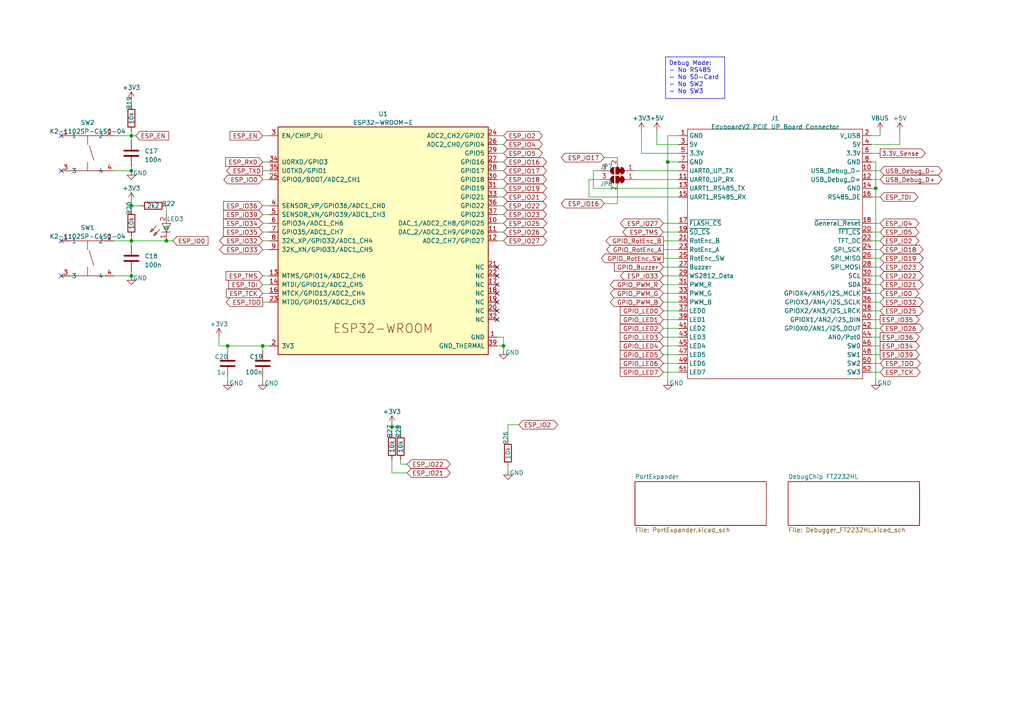
<source format=kicad_sch>
(kicad_sch (version 20230121) (generator eeschema)
  (paper "A4")
  (lib_symbols
    (symbol "Device:C" (pin_numbers hide) (pin_names (offset 0.254))
      (property "Reference" "C" (at 0.635 2.54 0))
      (property "Value" "C" (at 0.635 -2.54 0))
      (symbol "C_0_1"
        (polyline (pts (xy -2.032 -0.762) (xy 2.032 -0.762)) (stroke (width 0.508)))
        (polyline (pts (xy -2.032 0.762) (xy 2.032 0.762)) (stroke (width 0.508)))
      )
      (symbol "C_1_1"
        (pin passive line (at 0 3.81 270) (length 2.794) (name "~") (number "1"))
        (pin passive line (at 0 -3.81 90) (length 2.794) (name "~") (number "2"))
      )
    )
    (symbol "Device:R" (pin_numbers hide) (pin_names (offset 0))
      (property "Reference" "R" (at 2.032 0 90))
      (property "Value" "R" (at 0 0 90))
      (symbol "R_0_1"
        (rectangle (start -1.016 -2.54) (end 1.016 2.54) (stroke (width 0.254)))
      )
      (symbol "R_1_1"
        (pin passive line (at 0 3.81 270) (length 1.27) (name "~") (number "1"))
        (pin passive line (at 0 -3.81 90) (length 1.27) (name "~") (number "2"))
      )
    )
    (symbol "EduboardV2_kicadlib:EduboardUPConnector_V1"
      (property "Reference" "J" (at -18.415 3.175 0))
      (property "Value" "EduboardV2 PCIE UP Board Connector" (at 12.7 3.175 0))
      (symbol "EduboardUPConnector_V1_0_1"
        (rectangle (start -19.05 1.905) (end 31.75 -70.485))
      )
      (symbol "EduboardUPConnector_V1_1_1"
        (pin power_in line (at -21.59 0 0) (length 2.54) (name "GND") (number "1"))
        (pin bidirectional line (at 34.29 -10.16 180) (length 2.54) (name "USB_Debug_D-") (number "10"))
        (pin input line (at -21.59 -12.7 0) (length 2.54) (name "UART0_UP_RX") (number "11"))
        (pin bidirectional line (at 34.29 -12.7 180) (length 2.54) (name "USB_Debug_D+") (number "12"))
        (pin output line (at -21.59 -15.24 0) (length 2.54) (name "UART1_RS485_TX") (number "13"))
        (pin power_in line (at 34.29 -15.24 180) (length 2.54) (name "GND") (number "14"))
        (pin input line (at -21.59 -17.78 0) (length 2.54) (name "UART1_RS485_RX") (number "15"))
        (pin output line (at 34.29 -17.78 180) (length 2.54) (name "RS485_DE") (number "16"))
        (pin output line (at -21.59 -25.4 0) (length 2.54) (name "~{FLASH_CS}") (number "17"))
        (pin output line (at 34.29 -25.4 180) (length 2.54) (name "~{General_Reset}") (number "18"))
        (pin output line (at -21.59 -27.94 0) (length 2.54) (name "~{SD_CS}") (number "19"))
        (pin power_in line (at 34.29 0 180) (length 2.54) (name "V_USB") (number "2"))
        (pin output line (at 34.29 -27.94 180) (length 2.54) (name "~{TFT_CS}") (number "20"))
        (pin input line (at -21.59 -30.48 0) (length 2.54) (name "RotEnc_B") (number "21"))
        (pin output line (at 34.29 -30.48 180) (length 2.54) (name "TFT_DC") (number "22"))
        (pin input line (at -21.59 -33.02 0) (length 2.54) (name "RotEnc_A") (number "23"))
        (pin output line (at 34.29 -33.02 180) (length 2.54) (name "SPI_SCK") (number "24"))
        (pin input line (at -21.59 -35.56 0) (length 2.54) (name "RotEnc_SW") (number "25"))
        (pin input line (at 34.29 -35.56 180) (length 2.54) (name "SPI_MISO") (number "26"))
        (pin output line (at -21.59 -38.1 0) (length 2.54) (name "Buzzer") (number "27"))
        (pin output line (at 34.29 -38.1 180) (length 2.54) (name "SPI_MOSI") (number "28"))
        (pin output line (at -21.59 -40.64 0) (length 2.54) (name "WS2812_Data") (number "29"))
        (pin power_in line (at -21.59 -2.54 0) (length 2.54) (name "5V") (number "3"))
        (pin output line (at 34.29 -40.64 180) (length 2.54) (name "SCL") (number "30"))
        (pin output line (at -21.59 -43.18 0) (length 2.54) (name "PWM_R") (number "31"))
        (pin bidirectional line (at 34.29 -43.18 180) (length 2.54) (name "SDA") (number "32"))
        (pin output line (at -21.59 -45.72 0) (length 2.54) (name "PWM_G") (number "33"))
        (pin bidirectional line (at 34.29 -45.72 180) (length 2.54) (name "GPIOX4/AN5/I2S_MCLK") (number "34"))
        (pin output line (at -21.59 -48.26 0) (length 2.54) (name "PWM_B") (number "35"))
        (pin bidirectional line (at 34.29 -48.26 180) (length 2.54) (name "GPIOX3/AN4/I2S_SCLK") (number "36"))
        (pin output line (at -21.59 -50.8 0) (length 2.54) (name "LED0") (number "37"))
        (pin bidirectional line (at 34.29 -50.8 180) (length 2.54) (name "GPIOX2/AN3/I2S_LRCK") (number "38"))
        (pin output line (at -21.59 -53.34 0) (length 2.54) (name "LED1") (number "39"))
        (pin power_in line (at 34.29 -2.54 180) (length 2.54) (name "5V") (number "4"))
        (pin bidirectional line (at 34.29 -53.34 180) (length 2.54) (name "GPIOX1/AN2/I2S_DIN") (number "40"))
        (pin output line (at -21.59 -55.88 0) (length 2.54) (name "LED2") (number "41"))
        (pin bidirectional line (at 34.29 -55.88 180) (length 2.54) (name "GPIOX0/AN1/I2S_DOUT") (number "42"))
        (pin output line (at -21.59 -58.42 0) (length 2.54) (name "LED3") (number "43"))
        (pin input line (at 34.29 -58.42 180) (length 2.54) (name "AN0/Pot0") (number "44"))
        (pin output line (at -21.59 -60.96 0) (length 2.54) (name "LED4") (number "45"))
        (pin input line (at 34.29 -60.96 180) (length 2.54) (name "SW0") (number "46"))
        (pin output line (at -21.59 -63.5 0) (length 2.54) (name "LED5") (number "47"))
        (pin input line (at 34.29 -63.5 180) (length 2.54) (name "SW1") (number "48"))
        (pin output line (at -21.59 -66.04 0) (length 2.54) (name "LED6") (number "49"))
        (pin power_in line (at -21.59 -5.08 0) (length 2.54) (name "3.3V") (number "5"))
        (pin input line (at 34.29 -66.04 180) (length 2.54) (name "SW2") (number "50"))
        (pin output line (at -21.59 -68.58 0) (length 2.54) (name "LED7") (number "51"))
        (pin input line (at 34.29 -68.58 180) (length 2.54) (name "SW3") (number "52"))
        (pin power_in line (at 34.29 -5.08 180) (length 2.54) (name "3.3V") (number "6"))
        (pin power_in line (at -21.59 -7.62 0) (length 2.54) (name "GND") (number "7"))
        (pin power_in line (at 34.29 -7.62 180) (length 2.54) (name "GND") (number "8"))
        (pin output line (at -21.59 -10.16 0) (length 2.54) (name "UART0_UP_TX") (number "9"))
      )
    )
    (symbol "Espressif:ESP32-WROOM-E" (pin_names (offset 1.016))
      (property "Reference" "U" (at -30.48 38.1 0))
      (property "Value" "ESP32-WROOM-E" (at -30.48 35.56 0))
      (symbol "ESP32-WROOM-E_0_1"
        (rectangle (start -30.48 33.02) (end 30.48 -33.02) (stroke (width 0.254)) (fill (type background)))
      )
      (symbol "ESP32-WROOM-E_1_1"
        (text "ESP32-­WROOM­" (at 0 -25.4 0) (effects (font (size 2.54 2.54))))
        (pin power_in line (at 33.02 -27.94 180) (length 2.54) (name "GND") (number "1"))
        (pin bidirectional line (at 33.02 5.08 180) (length 2.54) (name "DAC_1/ADC2_CH8/GPIO25") (number "10"))
        (pin bidirectional line (at 33.02 2.54 180) (length 2.54) (name "DAC_2/ADC2_CH9/GPIO26") (number "11"))
        (pin bidirectional line (at 33.02 0 180) (length 2.54) (name "ADC2_CH7/GPIO27") (number "12"))
        (pin bidirectional line (at -33.02 -10.16 0) (length 2.54) (name "MTMS/GPIO14/ADC2_CH6") (number "13"))
        (pin bidirectional line (at -33.02 -12.7 0) (length 2.54) (name "MTDI/GPIO12/ADC2_CH5") (number "14"))
        (pin passive line (at 33.02 -27.94 180) (length 2.54) hide (name "GND") (number "15"))
        (pin bidirectional line (at -33.02 -15.24 0) (length 2.54) (name "MTCK/GPIO13/ADC2_CH4") (number "16"))
        (pin no_connect line (at 33.02 -12.7 180) (length 2.54) (name "NC") (number "17"))
        (pin no_connect line (at 33.02 -15.24 180) (length 2.54) (name "NC") (number "18"))
        (pin no_connect line (at 33.02 -17.78 180) (length 2.54) (name "NC") (number "19"))
        (pin power_in line (at -33.02 -30.48 0) (length 2.54) (name "3V3") (number "2"))
        (pin no_connect line (at 33.02 -20.32 180) (length 2.54) (name "NC") (number "20"))
        (pin no_connect line (at 33.02 -7.62 180) (length 2.54) (name "NC") (number "21"))
        (pin no_connect line (at 33.02 -10.16 180) (length 2.54) (name "NC") (number "22"))
        (pin bidirectional line (at -33.02 -17.78 0) (length 2.54) (name "MTDO/GPIO15/ADC2_CH3") (number "23"))
        (pin bidirectional line (at 33.02 30.48 180) (length 2.54) (name "ADC2_CH2/GPIO2") (number "24"))
        (pin bidirectional line (at -33.02 17.78 0) (length 2.54) (name "GPIO0/BOOT/ADC2_CH1") (number "25"))
        (pin bidirectional line (at 33.02 27.94 180) (length 2.54) (name "ADC2_CH0/GPIO4") (number "26"))
        (pin bidirectional line (at 33.02 22.86 180) (length 2.54) (name "GPIO16") (number "27"))
        (pin bidirectional line (at 33.02 20.32 180) (length 2.54) (name "GPIO17") (number "28"))
        (pin bidirectional line (at 33.02 25.4 180) (length 2.54) (name "GPIO5") (number "29"))
        (pin input line (at -33.02 30.48 0) (length 2.54) (name "EN/CHIP_PU") (number "3"))
        (pin bidirectional line (at 33.02 17.78 180) (length 2.54) (name "GPIO18") (number "30"))
        (pin bidirectional line (at 33.02 15.24 180) (length 2.54) (name "GPIO19") (number "31"))
        (pin no_connect line (at 33.02 -22.86 180) (length 2.54) (name "NC") (number "32"))
        (pin bidirectional line (at 33.02 12.7 180) (length 2.54) (name "GPIO21") (number "33"))
        (pin bidirectional line (at -33.02 22.86 0) (length 2.54) (name "U0RXD/GPIO3") (number "34"))
        (pin bidirectional line (at -33.02 20.32 0) (length 2.54) (name "U0TXD/GPIO1") (number "35"))
        (pin bidirectional line (at 33.02 10.16 180) (length 2.54) (name "GPIO22") (number "36"))
        (pin bidirectional line (at 33.02 7.62 180) (length 2.54) (name "GPIO23") (number "37"))
        (pin passive line (at 33.02 -27.94 180) (length 2.54) hide (name "GND") (number "38"))
        (pin power_in line (at 33.02 -30.48 180) (length 2.54) (name "GND_THERMAL") (number "39"))
        (pin input line (at -33.02 10.16 0) (length 2.54) (name "SENSOR_VP/GPIO36/ADC1_CH0") (number "4"))
        (pin input line (at -33.02 7.62 0) (length 2.54) (name "SENSOR_VN/GPIO39/ADC1_CH3") (number "5"))
        (pin input line (at -33.02 5.08 0) (length 2.54) (name "GPIO34/ADC1_CH6") (number "6"))
        (pin input line (at -33.02 2.54 0) (length 2.54) (name "GPIO35/ADC1_CH7") (number "7"))
        (pin bidirectional line (at -33.02 0 0) (length 2.54) (name "32K_XP/GPIO32/ADC1_CH4") (number "8"))
        (pin bidirectional line (at -33.02 -2.54 0) (length 2.54) (name "32K_XN/GPIO33/ADC1_CH5") (number "9"))
      )
    )
    (symbol "JLCPCB:19-217_BHC-ZL1M2RY_3T"
      (property "Reference" "LED?" (at 0 3.05 0))
      (property "Value" "19-217/BHC-ZL1M2RY/3T" (at 0 -7.11 0))
      (symbol "19-217_BHC-ZL1M2RY_3T_0_1"
        (polyline (pts (xy -1.27 -0.635) (xy -1.27 -3.048)))
        (polyline (pts (xy -0.508 0) (xy -2.286 1.778)))
        (polyline (pts (xy 0.508 1.016) (xy -1.27 2.794)))
        (polyline (pts (xy -2.286 1.778) (xy -1.27 1.27) (xy -1.778 0.762) (xy -2.286 1.778)) (fill (type background)))
        (polyline (pts (xy -1.27 2.794) (xy -0.254 2.286) (xy -0.762 1.778) (xy -1.27 2.794)) (fill (type background)))
        (polyline (pts (xy 1.27 -3.175) (xy -1.27 -1.905) (xy 1.27 -0.635) (xy 1.27 -3.175)) (fill (type background)))
        (pin input line (at -3.81 -1.905 0) (length 2.54) (name "C") (number "1"))
        (pin input line (at 3.81 -1.905 180) (length 2.54) (name "A") (number "2"))
      )
    )
    (symbol "JLCPCB:K2-1102SP-C4SC-04"
      (property "Reference" "SW?" (at 0 10.16 0))
      (property "Value" "K2-1102SP-C4SC-04" (at 0 -10.16 0))
      (symbol "K2-1102SP-C4SC-04_0_1"
        (polyline (pts (xy -5.08 -5.08) (xy 5.08 -5.08)))
        (polyline (pts (xy -5.08 5.08) (xy 5.08 5.08)))
        (polyline (pts (xy 0 -5.08) (xy 0 -2.54)))
        (polyline (pts (xy 0 5.08) (xy 0 2.54)))
        (polyline (pts (xy 0.508 2.286) (xy 1.778 -2.032)))
        (pin unspecified line (at -7.62 5.08 0) (length 2.54) (name "1") (number "1"))
        (pin unspecified line (at 7.62 5.08 180) (length 2.54) (name "2") (number "2"))
        (pin unspecified line (at -7.62 -5.08 0) (length 2.54) (name "3") (number "3"))
        (pin unspecified line (at 7.62 -5.08 180) (length 2.54) (name "4") (number "4"))
      )
    )
    (symbol "Jumper:SolderJumper_3_Bridged12" (pin_names (offset 0) hide)
      (property "Reference" "JP" (at -2.54 -2.54 0))
      (property "Value" "SolderJumper_3_Bridged12" (at 0 2.794 0))
      (symbol "SolderJumper_3_Bridged12_0_1"
        (rectangle (start -1.016 0.508) (end -0.508 -0.508) (fill (type outline)))
        (arc (start -1.016 1.016) (mid -2.0276 0) (end -1.016 -1.016))
        (arc (start -1.016 1.016) (mid -2.0276 0) (end -1.016 -1.016) (fill (type outline)))
        (rectangle (start -0.508 1.016) (end 0.508 -1.016) (fill (type outline)))
        (polyline (pts (xy -2.54 0) (xy -2.032 0)))
        (polyline (pts (xy -1.016 1.016) (xy -1.016 -1.016)))
        (polyline (pts (xy 0 -1.27) (xy 0 -1.016)))
        (polyline (pts (xy 1.016 1.016) (xy 1.016 -1.016)))
        (polyline (pts (xy 2.54 0) (xy 2.032 0)))
        (arc (start 1.016 -1.016) (mid 2.0276 0) (end 1.016 1.016))
        (arc (start 1.016 -1.016) (mid 2.0276 0) (end 1.016 1.016) (fill (type outline)))
      )
      (symbol "SolderJumper_3_Bridged12_1_1"
        (pin passive line (at -5.08 0 0) (length 2.54) (name "A") (number "1"))
        (pin passive line (at 0 -3.81 90) (length 2.54) (name "C") (number "2"))
        (pin passive line (at 5.08 0 180) (length 2.54) (name "B") (number "3"))
      )
    )
    (symbol "power:+3V3" (power) (pin_names (offset 0))
      (property "Value" "+3V3" (at 0 3.556 0))
      (symbol "+3V3_0_1"
        (polyline (pts (xy -0.762 1.27) (xy 0 2.54)))
        (polyline (pts (xy 0 0) (xy 0 2.54)))
        (polyline (pts (xy 0 2.54) (xy 0.762 1.27)))
      )
      (symbol "+3V3_1_1"
        (pin power_in line (at 0 0 90) (length 0) hide (name "+3V3") (number "1"))
      )
    )
    (symbol "power:+5V" (power) (pin_names (offset 0))
      (property "Value" "+5V" (at 0 3.556 0))
      (symbol "+5V_0_1"
        (polyline (pts (xy -0.762 1.27) (xy 0 2.54)))
        (polyline (pts (xy 0 0) (xy 0 2.54)))
        (polyline (pts (xy 0 2.54) (xy 0.762 1.27)))
      )
      (symbol "+5V_1_1"
        (pin power_in line (at 0 0 90) (length 0) hide (name "+5V") (number "1"))
      )
    )
    (symbol "power:GND" (power) (pin_names (offset 0))
      (property "Value" "GND" (at 0 -3.81 0))
      (symbol "GND_0_1"
        (polyline (pts (xy 0 0) (xy 0 -1.27) (xy 1.27 -1.27) (xy 0 -2.54) (xy -1.27 -1.27) (xy 0 -1.27)))
      )
      (symbol "GND_1_1"
        (pin power_in line (at 0 0 270) (length 0) hide (name "GND") (number "1"))
      )
    )
    (symbol "power:VBUS" (power) (pin_names (offset 0))
      (property "Value" "VBUS" (at 0 3.81 0))
      (symbol "VBUS_0_1"
        (polyline (pts (xy -0.762 1.27) (xy 0 2.54)))
        (polyline (pts (xy 0 0) (xy 0 2.54)))
        (polyline (pts (xy 0 2.54) (xy 0.762 1.27)))
      )
      (symbol "VBUS_1_1"
        (pin power_in line (at 0 0 90) (length 0) hide (name "VBUS") (number "1"))
      )
    )
  )
  (junction (at 38.1 39.37))
  (junction (at 38.1 69.85))
  (junction (at 38.1 59.69))
  (junction (at 48.26 69.85))
  (junction (at 146.05 100.33))
  (junction (at 66.04 100.33))
  (junction (at 38.1 49.53))
  (junction (at 193.675 46.99))
  (junction (at 76.2 100.33))
  (junction (at 113.665 123.825))
  (junction (at 254 54.61))
  (junction (at 38.1 80.01))
  (no_connect (at 144.145 90.17))
  (no_connect (at 144.145 92.71))
  (no_connect (at 17.78 69.85))
  (no_connect (at 144.145 85.09))
  (no_connect (at 144.145 80.01))
  (no_connect (at 144.145 77.47))
  (no_connect (at 17.78 39.37))
  (no_connect (at 17.78 80.01))
  (no_connect (at 17.78 49.53))
  (no_connect (at 144.145 87.63))
  (no_connect (at 144.145 82.55))
  (wire (pts (xy 144.145 52.07) (xy 146.05 52.07)))
  (wire (pts (xy 252.73 107.95) (xy 255.27 107.95)))
  (wire (pts (xy 252.73 95.25) (xy 255.27 95.25)))
  (wire (pts (xy 144.145 69.85) (xy 146.05 69.85)))
  (wire (pts (xy 38.1 69.85) (xy 38.1 68.58)))
  (wire (pts (xy 172.085 54.61) (xy 196.85 54.61)))
  (wire (pts (xy 76.2 52.07) (xy 78.105 52.07)))
  (wire (pts (xy 63.5 97.79) (xy 63.5 100.33)))
  (wire (pts (xy 144.145 57.15) (xy 146.05 57.15)))
  (wire (pts (xy 76.2 69.85) (xy 78.105 69.85)))
  (wire (pts (xy 192.405 74.93) (xy 196.85 74.93)))
  (wire (pts (xy 192.405 82.55) (xy 196.85 82.55)))
  (wire (pts (xy 66.04 100.33) (xy 66.04 101.6)))
  (wire (pts (xy 76.2 87.63) (xy 78.105 87.63)))
  (wire (pts (xy 192.405 85.09) (xy 196.85 85.09)))
  (wire (pts (xy 118.11 134.62) (xy 116.205 134.62)))
  (wire (pts (xy 76.2 100.33) (xy 78.105 100.33)))
  (wire (pts (xy 252.73 100.33) (xy 255.27 100.33)))
  (wire (pts (xy 146.05 100.33) (xy 144.145 100.33)))
  (wire (pts (xy 76.2 46.99) (xy 78.105 46.99)))
  (wire (pts (xy 179.07 59.055) (xy 179.07 55.88)))
  (wire (pts (xy 144.145 59.69) (xy 146.05 59.69)))
  (wire (pts (xy 38.1 29.21) (xy 38.1 30.48)))
  (wire (pts (xy 186.055 44.45) (xy 196.85 44.45)))
  (wire (pts (xy 252.73 102.87) (xy 255.27 102.87)))
  (wire (pts (xy 252.73 80.01) (xy 255.27 80.01)))
  (wire (pts (xy 252.73 74.93) (xy 255.27 74.93)))
  (wire (pts (xy 113.665 133.35) (xy 113.665 137.16)))
  (wire (pts (xy 76.2 82.55) (xy 78.105 82.55)))
  (wire (pts (xy 48.26 59.69) (xy 48.26 62.23)))
  (wire (pts (xy 192.405 90.17) (xy 196.85 90.17)))
  (wire (pts (xy 48.26 69.85) (xy 38.1 69.85)))
  (wire (pts (xy 66.04 109.22) (xy 66.04 110.49)))
  (wire (pts (xy 76.2 85.09) (xy 78.105 85.09)))
  (wire (pts (xy 252.73 64.77) (xy 255.27 64.77)))
  (wire (pts (xy 116.205 134.62) (xy 116.205 133.35)))
  (wire (pts (xy 192.405 77.47) (xy 196.85 77.47)))
  (wire (pts (xy 254 46.99) (xy 252.73 46.99)))
  (wire (pts (xy 76.2 49.53) (xy 78.105 49.53)))
  (wire (pts (xy 38.1 59.69) (xy 38.1 60.96)))
  (wire (pts (xy 184.15 52.07) (xy 196.85 52.07)))
  (wire (pts (xy 252.73 67.31) (xy 255.27 67.31)))
  (wire (pts (xy 144.145 49.53) (xy 146.05 49.53)))
  (wire (pts (xy 113.665 123.825) (xy 113.665 125.73)))
  (wire (pts (xy 192.405 107.95) (xy 196.85 107.95)))
  (wire (pts (xy 38.1 39.37) (xy 39.37 39.37)))
  (wire (pts (xy 144.145 44.45) (xy 146.05 44.45)))
  (wire (pts (xy 33.02 39.37) (xy 38.1 39.37)))
  (wire (pts (xy 254 110.49) (xy 254 54.61)))
  (wire (pts (xy 175.26 45.72) (xy 179.07 45.72)))
  (wire (pts (xy 144.145 46.99) (xy 146.05 46.99)))
  (wire (pts (xy 63.5 100.33) (xy 66.04 100.33)))
  (wire (pts (xy 144.145 62.23) (xy 146.05 62.23)))
  (wire (pts (xy 33.02 49.53) (xy 38.1 49.53)))
  (wire (pts (xy 33.02 69.85) (xy 38.1 69.85)))
  (wire (pts (xy 192.405 87.63) (xy 196.85 87.63)))
  (wire (pts (xy 144.145 39.37) (xy 146.05 39.37)))
  (wire (pts (xy 66.04 100.33) (xy 76.2 100.33)))
  (wire (pts (xy 193.675 46.99) (xy 196.85 46.99)))
  (wire (pts (xy 252.73 54.61) (xy 254 54.61)))
  (wire (pts (xy 254 54.61) (xy 254 46.99)))
  (wire (pts (xy 38.1 39.37) (xy 38.1 40.64)))
  (wire (pts (xy 172.085 49.53) (xy 172.085 54.61)))
  (wire (pts (xy 144.145 64.77) (xy 146.05 64.77)))
  (wire (pts (xy 193.675 39.37) (xy 193.675 46.99)))
  (wire (pts (xy 192.405 64.77) (xy 196.85 64.77)))
  (wire (pts (xy 255.27 38.1) (xy 255.27 39.37)))
  (wire (pts (xy 144.145 41.91) (xy 146.05 41.91)))
  (wire (pts (xy 76.2 62.23) (xy 78.105 62.23)))
  (wire (pts (xy 118.11 137.16) (xy 113.665 137.16)))
  (wire (pts (xy 260.985 41.91) (xy 252.73 41.91)))
  (wire (pts (xy 252.73 49.53) (xy 255.27 49.53)))
  (wire (pts (xy 252.73 52.07) (xy 255.27 52.07)))
  (wire (pts (xy 38.1 48.26) (xy 38.1 49.53)))
  (wire (pts (xy 252.73 72.39) (xy 255.27 72.39)))
  (wire (pts (xy 252.73 69.85) (xy 255.27 69.85)))
  (wire (pts (xy 76.2 39.37) (xy 78.105 39.37)))
  (wire (pts (xy 192.405 100.33) (xy 196.85 100.33)))
  (wire (pts (xy 173.99 49.53) (xy 172.085 49.53)))
  (wire (pts (xy 252.73 97.79) (xy 255.27 97.79)))
  (wire (pts (xy 147.32 123.19) (xy 150.495 123.19)))
  (wire (pts (xy 190.5 41.91) (xy 190.5 38.1)))
  (wire (pts (xy 116.205 125.73) (xy 116.205 123.825)))
  (wire (pts (xy 255.27 39.37) (xy 252.73 39.37)))
  (wire (pts (xy 192.405 105.41) (xy 196.85 105.41)))
  (wire (pts (xy 38.1 58.42) (xy 38.1 59.69)))
  (wire (pts (xy 38.1 78.74) (xy 38.1 80.01)))
  (wire (pts (xy 260.985 38.1) (xy 260.985 41.91)))
  (wire (pts (xy 193.675 110.49) (xy 193.675 46.99)))
  (wire (pts (xy 192.405 67.31) (xy 196.85 67.31)))
  (wire (pts (xy 192.405 72.39) (xy 196.85 72.39)))
  (wire (pts (xy 252.73 44.45) (xy 255.27 44.45)))
  (wire (pts (xy 192.405 95.25) (xy 196.85 95.25)))
  (wire (pts (xy 184.15 49.53) (xy 196.85 49.53)))
  (wire (pts (xy 76.2 64.77) (xy 78.105 64.77)))
  (wire (pts (xy 170.815 52.07) (xy 170.815 57.15)))
  (wire (pts (xy 192.405 80.01) (xy 196.85 80.01)))
  (wire (pts (xy 252.73 85.09) (xy 255.27 85.09)))
  (wire (pts (xy 76.2 80.01) (xy 78.105 80.01)))
  (wire (pts (xy 76.2 109.22) (xy 76.2 110.49)))
  (wire (pts (xy 147.32 135.255) (xy 147.32 136.525)))
  (wire (pts (xy 252.73 77.47) (xy 255.27 77.47)))
  (wire (pts (xy 252.73 105.41) (xy 255.27 105.41)))
  (wire (pts (xy 38.1 69.85) (xy 38.1 71.12)))
  (wire (pts (xy 76.2 67.31) (xy 78.105 67.31)))
  (wire (pts (xy 144.145 97.79) (xy 146.05 97.79)))
  (wire (pts (xy 252.73 87.63) (xy 255.27 87.63)))
  (wire (pts (xy 196.85 39.37) (xy 193.675 39.37)))
  (wire (pts (xy 192.405 69.85) (xy 196.85 69.85)))
  (wire (pts (xy 147.32 127.635) (xy 147.32 123.19)))
  (wire (pts (xy 173.99 52.07) (xy 170.815 52.07)))
  (wire (pts (xy 252.73 92.71) (xy 255.27 92.71)))
  (wire (pts (xy 192.405 102.87) (xy 196.85 102.87)))
  (wire (pts (xy 50.165 69.85) (xy 48.26 69.85)))
  (wire (pts (xy 192.405 97.79) (xy 196.85 97.79)))
  (wire (pts (xy 175.26 59.055) (xy 179.07 59.055)))
  (wire (pts (xy 252.73 57.15) (xy 255.27 57.15)))
  (wire (pts (xy 170.815 57.15) (xy 196.85 57.15)))
  (wire (pts (xy 76.2 59.69) (xy 78.105 59.69)))
  (wire (pts (xy 192.405 92.71) (xy 196.85 92.71)))
  (wire (pts (xy 146.05 101.6) (xy 146.05 100.33)))
  (wire (pts (xy 38.1 59.69) (xy 40.64 59.69)))
  (wire (pts (xy 144.145 54.61) (xy 146.05 54.61)))
  (wire (pts (xy 144.145 67.31) (xy 146.05 67.31)))
  (wire (pts (xy 33.02 80.01) (xy 38.1 80.01)))
  (wire (pts (xy 38.1 38.1) (xy 38.1 39.37)))
  (wire (pts (xy 76.2 100.33) (xy 76.2 101.6)))
  (wire (pts (xy 116.205 123.825) (xy 113.665 123.825)))
  (wire (pts (xy 186.055 38.1) (xy 186.055 44.45)))
  (wire (pts (xy 196.85 41.91) (xy 190.5 41.91)))
  (wire (pts (xy 252.73 90.17) (xy 255.27 90.17)))
  (wire (pts (xy 76.2 72.39) (xy 78.105 72.39)))
  (wire (pts (xy 252.73 82.55) (xy 255.27 82.55)))
  (wire (pts (xy 113.665 123.19) (xy 113.665 123.825)))
  (wire (pts (xy 146.05 97.79) (xy 146.05 100.33)))
  (text_box "Debug Mode:\n- No RS485\n- No SD-Card\n- No SW2\n- No SW3" (at 193.04 16.51 0) (size 17.145 12.065) (effects (font (size 1.27 1.27)) (justify left top)))
  (global_label "USB_Debug_D+" (shape bidirectional) (at 255.27 52.07 0) (property "Intersheetrefs" "${INTERSHEET_REFS}" (effects hide)))
  (global_label "ESP_IO16" (shape bidirectional) (at 146.05 46.99 0) (property "Intersheetrefs" "${INTERSHEET_REFS}" (effects hide)))
  (global_label "ESP_TMS" (shape bidirectional) (at 192.405 67.31 180) (property "Intersheetrefs" "${INTERSHEET_REFS}" (effects hide)))
  (global_label "GPIO_LED2" (shape input) (at 192.405 95.25 180) (property "Intersheetrefs" "${INTERSHEET_REFS}" (effects hide)))
  (global_label "ESP_TXD" (shape output) (at 76.2 49.53 180) (property "Intersheetrefs" "${INTERSHEET_REFS}" (effects hide)))
  (global_label "ESP_IO23" (shape bidirectional) (at 146.05 62.23 0) (property "Intersheetrefs" "${INTERSHEET_REFS}" (effects hide)))
  (global_label "USB_Debug_D-" (shape bidirectional) (at 255.27 49.53 0) (property "Intersheetrefs" "${INTERSHEET_REFS}" (effects hide)))
  (global_label "ESP_IO32" (shape bidirectional) (at 76.2 69.85 180) (property "Intersheetrefs" "${INTERSHEET_REFS}" (effects hide)))
  (global_label "ESP_IO36" (shape input) (at 76.2 59.69 180) (property "Intersheetrefs" "${INTERSHEET_REFS}" (effects hide)))
  (global_label "ESP_IO33" (shape bidirectional) (at 76.2 72.39 180) (property "Intersheetrefs" "${INTERSHEET_REFS}" (effects hide)))
  (global_label "ESP_IO34" (shape input) (at 76.2 64.77 180) (property "Intersheetrefs" "${INTERSHEET_REFS}" (effects hide)))
  (global_label "ESP_EN" (shape input) (at 39.37 39.37 0) (property "Intersheetrefs" "${INTERSHEET_REFS}" (effects hide)))
  (global_label "ESP_IO25" (shape bidirectional) (at 255.27 90.17 0) (property "Intersheetrefs" "${INTERSHEET_REFS}" (effects hide)))
  (global_label "GPIO_RotEnc_B" (shape output) (at 192.405 69.85 180) (property "Intersheetrefs" "${INTERSHEET_REFS}" (effects hide)))
  (global_label "ESP_IO22" (shape bidirectional) (at 255.27 80.01 0) (property "Intersheetrefs" "${INTERSHEET_REFS}" (effects hide)))
  (global_label "ESP_IO18" (shape bidirectional) (at 146.05 52.07 0) (property "Intersheetrefs" "${INTERSHEET_REFS}" (effects hide)))
  (global_label "ESP_IO35" (shape output) (at 255.27 92.71 0) (property "Intersheetrefs" "${INTERSHEET_REFS}" (effects hide)))
  (global_label "GPIO_LED4" (shape input) (at 192.405 100.33 180) (property "Intersheetrefs" "${INTERSHEET_REFS}" (effects hide)))
  (global_label "ESP_IO21" (shape bidirectional) (at 255.27 82.55 0) (property "Intersheetrefs" "${INTERSHEET_REFS}" (effects hide)))
  (global_label "ESP_IO39" (shape input) (at 76.2 62.23 180) (property "Intersheetrefs" "${INTERSHEET_REFS}" (effects hide)))
  (global_label "GPIO_LED6" (shape input) (at 192.405 105.41 180) (property "Intersheetrefs" "${INTERSHEET_REFS}" (effects hide)))
  (global_label "GPIO_Buzzer" (shape input) (at 192.405 77.47 180) (property "Intersheetrefs" "${INTERSHEET_REFS}" (effects hide)))
  (global_label "ESP_IO35" (shape input) (at 76.2 67.31 180) (property "Intersheetrefs" "${INTERSHEET_REFS}" (effects hide)))
  (global_label "GPIO_LED1" (shape input) (at 192.405 92.71 180) (property "Intersheetrefs" "${INTERSHEET_REFS}" (effects hide)))
  (global_label "ESP_TDI" (shape bidirectional) (at 255.27 57.15 0) (property "Intersheetrefs" "${INTERSHEET_REFS}" (effects hide)))
  (global_label "ESP_TDO" (shape bidirectional) (at 255.27 105.41 0) (property "Intersheetrefs" "${INTERSHEET_REFS}" (effects hide)))
  (global_label "ESP_IO17" (shape bidirectional) (at 146.05 49.53 0) (property "Intersheetrefs" "${INTERSHEET_REFS}" (effects hide)))
  (global_label "ESP_IO22" (shape bidirectional) (at 146.05 59.69 0) (property "Intersheetrefs" "${INTERSHEET_REFS}" (effects hide)))
  (global_label "ESP_IO19" (shape bidirectional) (at 255.27 74.93 0) (property "Intersheetrefs" "${INTERSHEET_REFS}" (effects hide)))
  (global_label "GPIO_PWM_R" (shape bidirectional) (at 192.405 82.55 180) (property "Intersheetrefs" "${INTERSHEET_REFS}" (effects hide)))
  (global_label "ESP_TCK" (shape bidirectional) (at 255.27 107.95 0) (property "Intersheetrefs" "${INTERSHEET_REFS}" (effects hide)))
  (global_label "ESP_IO2" (shape bidirectional) (at 146.05 39.37 0) (property "Intersheetrefs" "${INTERSHEET_REFS}" (effects hide)))
  (global_label "GPIO_LED5" (shape input) (at 192.405 102.87 180) (property "Intersheetrefs" "${INTERSHEET_REFS}" (effects hide)))
  (global_label "ESP_IO5" (shape bidirectional) (at 255.27 67.31 0) (property "Intersheetrefs" "${INTERSHEET_REFS}" (effects hide)))
  (global_label "ESP_IO32" (shape bidirectional) (at 255.27 87.63 0) (property "Intersheetrefs" "${INTERSHEET_REFS}" (effects hide)))
  (global_label "ESP_IO27" (shape bidirectional) (at 192.405 64.77 180) (property "Intersheetrefs" "${INTERSHEET_REFS}" (effects hide)))
  (global_label "ESP_IO19" (shape bidirectional) (at 146.05 54.61 0) (property "Intersheetrefs" "${INTERSHEET_REFS}" (effects hide)))
  (global_label "ESP_IO26" (shape bidirectional) (at 146.05 67.31 0) (property "Intersheetrefs" "${INTERSHEET_REFS}" (effects hide)))
  (global_label "ESP_IO25" (shape bidirectional) (at 146.05 64.77 0) (property "Intersheetrefs" "${INTERSHEET_REFS}" (effects hide)))
  (global_label "GPIO_PWM_B" (shape bidirectional) (at 192.405 87.63 180) (property "Intersheetrefs" "${INTERSHEET_REFS}" (effects hide)))
  (global_label "3.3V_Sense" (shape output) (at 255.27 44.45 0) (property "Intersheetrefs" "${INTERSHEET_REFS}" (effects hide)))
  (global_label "ESP_IO22" (shape bidirectional) (at 118.11 134.62 0) (property "Intersheetrefs" "${INTERSHEET_REFS}" (effects hide)))
  (global_label "GPIO_LED0" (shape input) (at 192.405 90.17 180) (property "Intersheetrefs" "${INTERSHEET_REFS}" (effects hide)))
  (global_label "ESP_IO21" (shape bidirectional) (at 118.11 137.16 0) (property "Intersheetrefs" "${INTERSHEET_REFS}" (effects hide)))
  (global_label "ESP_IO34" (shape output) (at 255.27 100.33 0) (property "Intersheetrefs" "${INTERSHEET_REFS}" (effects hide)))
  (global_label "ESP_TDO" (shape output) (at 76.2 87.63 180) (property "Intersheetrefs" "${INTERSHEET_REFS}" (effects hide)))
  (global_label "ESP_IO5" (shape bidirectional) (at 146.05 44.45 0) (property "Intersheetrefs" "${INTERSHEET_REFS}" (effects hide)))
  (global_label "GPIO_RotEnc_SW" (shape output) (at 192.405 74.93 180) (property "Intersheetrefs" "${INTERSHEET_REFS}" (effects hide)))
  (global_label "ESP_TMS" (shape input) (at 76.2 80.01 180) (property "Intersheetrefs" "${INTERSHEET_REFS}" (effects hide)))
  (global_label "ESP_IO39" (shape output) (at 255.27 102.87 0) (property "Intersheetrefs" "${INTERSHEET_REFS}" (effects hide)))
  (global_label "GPIO_LED3" (shape input) (at 192.405 97.79 180) (property "Intersheetrefs" "${INTERSHEET_REFS}" (effects hide)))
  (global_label "ESP_IO4" (shape bidirectional) (at 146.05 41.91 0) (property "Intersheetrefs" "${INTERSHEET_REFS}" (effects hide)))
  (global_label "ESP_TDI" (shape input) (at 76.2 82.55 180) (property "Intersheetrefs" "${INTERSHEET_REFS}" (effects hide)))
  (global_label "ESP_IO27" (shape bidirectional) (at 146.05 69.85 0) (property "Intersheetrefs" "${INTERSHEET_REFS}" (effects hide)))
  (global_label "ESP_IO23" (shape bidirectional) (at 255.27 77.47 0) (property "Intersheetrefs" "${INTERSHEET_REFS}" (effects hide)))
  (global_label "ESP_EN" (shape input) (at 76.2 39.37 180) (property "Intersheetrefs" "${INTERSHEET_REFS}" (effects hide)))
  (global_label "ESP_IO18" (shape bidirectional) (at 255.27 72.39 0) (property "Intersheetrefs" "${INTERSHEET_REFS}" (effects hide)))
  (global_label "ESP_IO17" (shape bidirectional) (at 175.26 45.72 180) (property "Intersheetrefs" "${INTERSHEET_REFS}" (effects hide)))
  (global_label "ESP_IO16" (shape bidirectional) (at 175.26 59.055 180) (property "Intersheetrefs" "${INTERSHEET_REFS}" (effects hide)))
  (global_label "ESP_IO0" (shape bidirectional) (at 76.2 52.07 180) (property "Intersheetrefs" "${INTERSHEET_REFS}" (effects hide)))
  (global_label "ESP_IO26" (shape bidirectional) (at 255.27 95.25 0) (property "Intersheetrefs" "${INTERSHEET_REFS}" (effects hide)))
  (global_label "ESP_IO0" (shape bidirectional) (at 255.27 85.09 0) (property "Intersheetrefs" "${INTERSHEET_REFS}" (effects hide)))
  (global_label "ESP_TCK" (shape input) (at 76.2 85.09 180) (property "Intersheetrefs" "${INTERSHEET_REFS}" (effects hide)))
  (global_label "ESP_IO0" (shape input) (at 50.165 69.85 0) (property "Intersheetrefs" "${INTERSHEET_REFS}" (effects hide)))
  (global_label "GPIO_LED7" (shape input) (at 192.405 107.95 180) (property "Intersheetrefs" "${INTERSHEET_REFS}" (effects hide)))
  (global_label "ESP_RXD" (shape input) (at 76.2 46.99 180) (property "Intersheetrefs" "${INTERSHEET_REFS}" (effects hide)))
  (global_label "ESP_IO33" (shape bidirectional) (at 192.405 80.01 180) (property "Intersheetrefs" "${INTERSHEET_REFS}" (effects hide)))
  (global_label "ESP_IO21" (shape bidirectional) (at 146.05 57.15 0) (property "Intersheetrefs" "${INTERSHEET_REFS}" (effects hide)))
  (global_label "ESP_IO36" (shape output) (at 255.27 97.79 0) (property "Intersheetrefs" "${INTERSHEET_REFS}" (effects hide)))
  (global_label "GPIO_PWM_G" (shape bidirectional) (at 192.405 85.09 180) (property "Intersheetrefs" "${INTERSHEET_REFS}" (effects hide)))
  (global_label "ESP_IO2" (shape bidirectional) (at 150.495 123.19 0) (property "Intersheetrefs" "${INTERSHEET_REFS}" (effects hide)))
  (global_label "GPIO_RotEnc_A" (shape output) (at 192.405 72.39 180) (property "Intersheetrefs" "${INTERSHEET_REFS}" (effects hide)))
  (global_label "ESP_IO2" (shape bidirectional) (at 255.27 69.85 0) (property "Intersheetrefs" "${INTERSHEET_REFS}" (effects hide)))
  (global_label "ESP_IO4" (shape bidirectional) (at 255.27 64.77 0) (property "Intersheetrefs" "${INTERSHEET_REFS}" (effects hide)))
  (symbol (lib_id "power:+3V3") (at 38.1 29.21 0) (unit 1)
    (property "Reference" "#PWR037" (effects hide))
    (property "Value" "+3V3" (at 38.1 25.4 0))
  )
  (symbol (lib_id "Device:R") (at 38.1 64.77 0) (unit 1)
    (property "Reference" "R20" (at 37.465 60.325 90))
    (property "Value" "10k" (at 38.1 64.77 90))
    (property "Footprint" "Resistor_SMD:R_0603_1608Metric" (effects hide))
  )
  (symbol (lib_id "power:GND") (at 146.05 101.6 0) (unit 1)
    (property "Reference" "#PWR041" (effects hide))
    (property "Value" "GND" (at 148.59 102.235 0))
  )
  (symbol (lib_id "power:GND") (at 254 110.49 0) (unit 1)
    (property "Reference" "#PWR046" (effects hide))
    (property "Value" "GND" (at 256.54 111.125 0))
  )
  (symbol (lib_id "Device:C") (at 38.1 74.93 0) (unit 1)
    (property "Reference" "C18" (at 41.91 74.295 0) (effects (justify left)))
    (property "Value" "100n" (at 41.91 76.835 0) (effects (justify left)))
    (property "Footprint" "Capacitor_SMD:C_0603_1608Metric" (effects hide))
  )
  (symbol (lib_id "EduboardV2_kicadlib:EduboardUPConnector_V1") (at 218.44 39.37 0) (unit 1)
    (property "Reference" "J1" (at 224.79 34.29 0))
    (property "Value" "EduboardV2 PCIE UP Board Connector" (at 224.79 36.83 0))
    (property "Footprint" "EduboardV2_kicadlib:mini-PCIe_F1_Full" (effects hide))
  )
  (symbol (lib_id "power:GND") (at 76.2 110.49 0) (unit 1)
    (property "Reference" "#PWR044" (effects hide))
    (property "Value" "GND" (at 78.74 111.125 0))
  )
  (symbol (lib_id "power:+3V3") (at 63.5 97.79 0) (unit 1)
    (property "Reference" "#PWR042" (effects hide))
    (property "Value" "+3V3" (at 63.5 93.98 0))
  )
  (symbol (lib_id "power:GND") (at 193.675 110.49 0) (unit 1)
    (property "Reference" "#PWR07" (effects hide))
    (property "Value" "GND" (at 196.215 111.125 0))
  )
  (symbol (lib_id "Device:R") (at 113.665 129.54 0) (unit 1)
    (property "Reference" "R27" (at 113.03 125.095 90))
    (property "Value" "10k" (at 113.665 129.54 90))
    (property "Footprint" "Resistor_SMD:R_0603_1608Metric" (effects hide))
  )
  (symbol (lib_id "power:+3V3") (at 113.665 123.19 0) (unit 1)
    (property "Reference" "#PWR074" (effects hide))
    (property "Value" "+3V3" (at 113.665 119.38 0))
  )
  (symbol (lib_id "Device:R") (at 116.205 129.54 0) (unit 1)
    (property "Reference" "R28" (at 115.57 125.095 90))
    (property "Value" "10k" (at 116.205 129.54 90))
    (property "Footprint" "Resistor_SMD:R_0603_1608Metric" (effects hide))
  )
  (symbol (lib_id "power:+5V") (at 190.5 38.1 0) (unit 1)
    (property "Reference" "#PWR051" (effects hide))
    (property "Value" "+5V" (at 190.5 34.29 0))
  )
  (symbol (lib_id "power:+3V3") (at 186.055 38.1 0) (unit 1)
    (property "Reference" "#PWR047" (effects hide))
    (property "Value" "+3V3" (at 186.055 34.29 0))
  )
  (symbol (lib_id "Device:R") (at 44.45 59.69 90) (unit 1)
    (property "Reference" "R22" (at 48.895 59.055 90))
    (property "Value" "2k2" (at 44.45 59.69 90))
    (property "Footprint" "Resistor_SMD:R_0603_1608Metric" (effects hide))
  )
  (symbol (lib_id "power:GND") (at 66.04 110.49 0) (unit 1)
    (property "Reference" "#PWR043" (effects hide))
    (property "Value" "GND" (at 68.58 111.125 0))
  )
  (symbol (lib_id "Device:R") (at 38.1 34.29 0) (unit 1)
    (property "Reference" "R19" (at 37.465 29.845 90))
    (property "Value" "10k" (at 38.1 34.29 90))
    (property "Footprint" "Resistor_SMD:R_0603_1608Metric" (effects hide))
  )
  (symbol (lib_id "power:GND") (at 147.32 136.525 0) (unit 1)
    (property "Reference" "#PWR048" (effects hide))
    (property "Value" "GND" (at 149.86 137.16 0))
  )
  (symbol (lib_id "power:+5V") (at 260.985 38.1 0) (unit 1)
    (property "Reference" "#PWR050" (effects hide))
    (property "Value" "+5V" (at 260.985 34.29 0))
  )
  (symbol (lib_id "power:+3V3") (at 38.1 58.42 0) (unit 1)
    (property "Reference" "#PWR038" (effects hide))
    (property "Value" "+3V3" (at 38.1 54.61 0))
  )
  (symbol (lib_id "JLCPCB:19-217_BHC-ZL1M2RY_3T") (at 46.355 66.04 90) (unit 1)
    (property "Reference" "LED3" (at 50.8 63.5 90))
    (property "Value" "19-217/BHC-ZL1M2RY/3T" (effects hide))
    (property "Footprint" "JLCPCB:LED0603-RD" (effects hide))
    (property "Datasheet" "https://lcsc.com/product-detail/Light-Emitting-Diodes-LED_0603-Blue-light_C72041.html" (effects hide))
    (property "Manufacturer" "EVERLIGHT(亿光)" (effects hide))
    (property "LCSC Part" "C72041" (effects hide))
    (property "JLC Part" "Basic Part" (effects hide))
    (property "JLCPCB Part #" "C72041" (effects hide))
  )
  (symbol (lib_id "power:GND") (at 38.1 49.53 0) (unit 1)
    (property "Reference" "#PWR036" (effects hide))
    (property "Value" "GND" (at 40.64 50.165 0))
  )
  (symbol (lib_id "JLCPCB:K2-1102SP-C4SC-04") (at 25.4 74.93 0) (unit 1)
    (property "Reference" "SW1" (at 25.4 66.04 0))
    (property "Value" "K2-1102SP-C4SC-04" (at 25.4 68.58 0))
    (property "Footprint" "JLCPCB:KEY-SMD_4P-L6.0-W6.0-P4.50-LS9.5-BL" (effects hide))
    (property "Datasheet" "https://lcsc.com/product-detail/Tactile-Switches_K2-1102SP-C4SW-04-SMD_C127509.html" (effects hide))
    (property "Manufacturer" "韩国韩荣" (effects hide))
    (property "LCSC Part" "C127509" (effects hide))
    (property "JLC Part" "Extended Part" (effects hide))
    (property "JLCPCB Part #" "C127509" (effects hide))
  )
  (symbol (lib_id "power:VBUS") (at 255.27 38.1 0) (unit 1)
    (property "Reference" "#PWR049" (effects hide))
    (property "Value" "VBUS" (at 255.27 34.29 0))
  )
  (symbol (lib_id "Device:C") (at 66.04 105.41 0) (unit 1)
    (property "Reference" "C20" (at 62.23 103.505 0) (effects (justify left)))
    (property "Value" "1u" (at 62.865 107.95 0) (effects (justify left)))
    (property "Footprint" "Capacitor_SMD:C_0603_1608Metric" (effects hide))
  )
  (symbol (lib_id "Device:C") (at 76.2 105.41 0) (unit 1)
    (property "Reference" "C19" (at 72.39 103.505 0) (effects (justify left)))
    (property "Value" "100n" (at 71.12 107.95 0) (effects (justify left)))
    (property "Footprint" "Capacitor_SMD:C_0603_1608Metric" (effects hide))
  )
  (symbol (lib_id "Jumper:SolderJumper_3_Bridged12") (at 179.07 52.07 0) (mirror y) (unit 1)
    (property "Reference" "JP8" (at 175.895 53.34 0))
    (property "Value" "SolderJumper_3_Bridged12" (effects hide))
    (property "Footprint" "Jumper:SolderJumper-3_P1.3mm_Bridged12_RoundedPad1.0x1.5mm" (effects hide))
  )
  (symbol (lib_id "Device:R") (at 147.32 131.445 0) (unit 1)
    (property "Reference" "R26" (at 146.685 127 90))
    (property "Value" "10k" (at 147.32 131.445 90))
    (property "Footprint" "Resistor_SMD:R_0603_1608Metric" (effects hide))
  )
  (symbol (lib_id "Jumper:SolderJumper_3_Bridged12") (at 179.07 49.53 180) (unit 1)
    (property "Reference" "JP7" (at 175.895 48.26 0))
    (property "Value" "SolderJumper_3_Bridged12" (effects hide))
    (property "Footprint" "Jumper:SolderJumper-3_P1.3mm_Bridged12_RoundedPad1.0x1.5mm" (effects hide))
  )
  (symbol (lib_id "JLCPCB:K2-1102SP-C4SC-04") (at 25.4 44.45 0) (unit 1)
    (property "Reference" "SW2" (at 25.4 35.56 0))
    (property "Value" "K2-1102SP-C4SC-04" (at 25.4 38.1 0))
    (property "Footprint" "JLCPCB:KEY-SMD_4P-L6.0-W6.0-P4.50-LS9.5-BL" (effects hide))
    (property "Datasheet" "https://lcsc.com/product-detail/Tactile-Switches_K2-1102SP-C4SW-04-SMD_C127509.html" (effects hide))
    (property "Manufacturer" "韩国韩荣" (effects hide))
    (property "LCSC Part" "C127509" (effects hide))
    (property "JLC Part" "Extended Part" (effects hide))
    (property "JLCPCB Part #" "C127509" (effects hide))
  )
  (symbol (lib_id "Espressif:ESP32-WROOM-E") (at 111.125 69.85 0) (unit 1)
    (property "Reference" "U1" (at 111.125 33.02 0))
    (property "Value" "ESP32-WROOM-E" (at 111.125 35.56 0))
    (property "Footprint" "Espressif:ESP32-WROOM-32E" (effects hide))
    (property "Datasheet" "https://www.espressif.com/sites/default/files/documentation/esp32-wroom-32e_esp32-wroom-32ue_datasheet_en.pdf" (effects hide))
    (property "JLCPCB Part #" "C82899" (effects hide))
    (property "LCSC Part" "C82899" (effects hide))
  )
  (symbol (lib_id "power:GND") (at 38.1 80.01 0) (unit 1)
    (property "Reference" "#PWR039" (effects hide))
    (property "Value" "GND" (at 40.64 80.645 0))
  )
  (symbol (lib_id "Device:C") (at 38.1 44.45 0) (unit 1)
    (property "Reference" "C17" (at 41.91 43.815 0) (effects (justify left)))
    (property "Value" "100n" (at 41.91 46.355 0) (effects (justify left)))
    (property "Footprint" "Capacitor_SMD:C_0603_1608Metric" (effects hide))
  )
  (sheet (at 184.15 139.7) (size 38.1 12.7) (stroke (width 0.1524))
    (property "Sheetname" "PortExpander" (at 184.15 138.9884 0) (effects (justify left bottom)))
    (property "Sheetfile" "PortExpander.kicad_sch" (at 184.15 152.9846 0) (effects (justify left top)))
  )
  (sheet (at 228.6 139.7) (size 38.1 12.7) (stroke (width 0.1524))
    (property "Sheetname" "DebugChip FT2232HL" (at 228.6 138.9884 0) (effects (justify left bottom)))
    (property "Sheetfile" "Debugger_FT2232HL.kicad_sch" (at 228.6 152.9846 0) (effects (justify left top)))
  )
)
</source>
